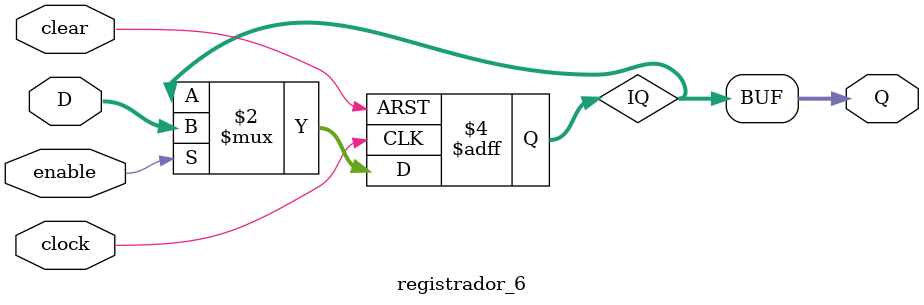
<source format=v>
module registrador_6 (
    input        clock,
    input        clear,
    input        enable,
    input  [5:0] D,
    output [5:0] Q
);

    reg [5:0] IQ;

    always @(posedge clock or posedge clear) begin
        if (clear)
            IQ <= 0;
        else if (enable)
            IQ <= D;
    end

    assign Q = IQ;

endmodule
</source>
